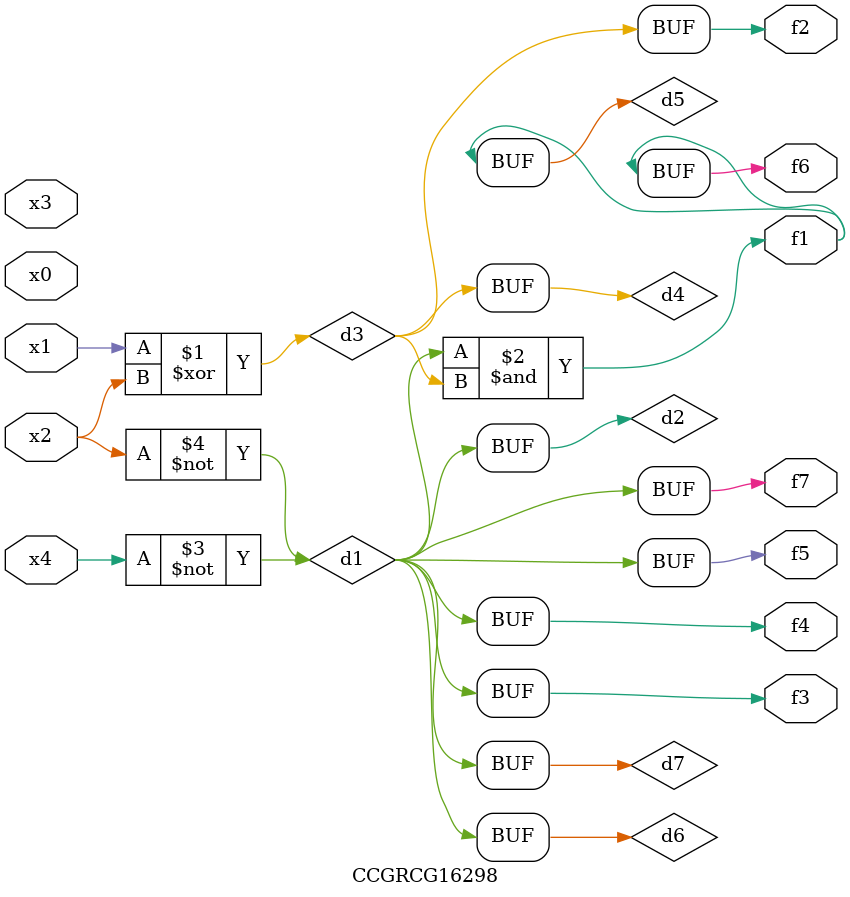
<source format=v>
module CCGRCG16298(
	input x0, x1, x2, x3, x4,
	output f1, f2, f3, f4, f5, f6, f7
);

	wire d1, d2, d3, d4, d5, d6, d7;

	not (d1, x4);
	not (d2, x2);
	xor (d3, x1, x2);
	buf (d4, d3);
	and (d5, d1, d3);
	buf (d6, d1, d2);
	buf (d7, d2);
	assign f1 = d5;
	assign f2 = d4;
	assign f3 = d7;
	assign f4 = d7;
	assign f5 = d7;
	assign f6 = d5;
	assign f7 = d7;
endmodule

</source>
